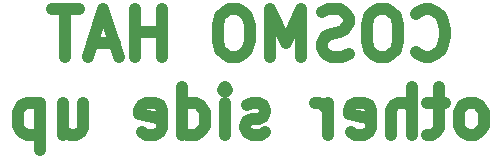
<source format=gbo>
G04 #@! TF.FileFunction,Legend,Bot*
%FSLAX46Y46*%
G04 Gerber Fmt 4.6, Leading zero omitted, Abs format (unit mm)*
G04 Created by KiCad (PCBNEW (2015-07-31 BZR 6030)-product) date lø. 01. aug. 2015 kl. 19.41 +0200*
%MOMM*%
G01*
G04 APERTURE LIST*
%ADD10C,0.100000*%
%ADD11C,1.000000*%
G04 APERTURE END LIST*
D10*
D11*
X106710000Y-83218571D02*
X106900476Y-83409048D01*
X107471905Y-83599524D01*
X107852857Y-83599524D01*
X108424285Y-83409048D01*
X108805238Y-83028095D01*
X108995714Y-82647143D01*
X109186190Y-81885238D01*
X109186190Y-81313810D01*
X108995714Y-80551905D01*
X108805238Y-80170952D01*
X108424285Y-79790000D01*
X107852857Y-79599524D01*
X107471905Y-79599524D01*
X106900476Y-79790000D01*
X106710000Y-79980476D01*
X104233809Y-79599524D02*
X103471905Y-79599524D01*
X103090952Y-79790000D01*
X102710000Y-80170952D01*
X102519524Y-80932857D01*
X102519524Y-82266190D01*
X102710000Y-83028095D01*
X103090952Y-83409048D01*
X103471905Y-83599524D01*
X104233809Y-83599524D01*
X104614762Y-83409048D01*
X104995714Y-83028095D01*
X105186190Y-82266190D01*
X105186190Y-80932857D01*
X104995714Y-80170952D01*
X104614762Y-79790000D01*
X104233809Y-79599524D01*
X100995714Y-83409048D02*
X100424286Y-83599524D01*
X99471905Y-83599524D01*
X99090952Y-83409048D01*
X98900476Y-83218571D01*
X98710000Y-82837619D01*
X98710000Y-82456667D01*
X98900476Y-82075714D01*
X99090952Y-81885238D01*
X99471905Y-81694762D01*
X100233809Y-81504286D01*
X100614762Y-81313810D01*
X100805238Y-81123333D01*
X100995714Y-80742381D01*
X100995714Y-80361429D01*
X100805238Y-79980476D01*
X100614762Y-79790000D01*
X100233809Y-79599524D01*
X99281429Y-79599524D01*
X98710000Y-79790000D01*
X96995714Y-83599524D02*
X96995714Y-79599524D01*
X95662381Y-82456667D01*
X94329047Y-79599524D01*
X94329047Y-83599524D01*
X91662380Y-79599524D02*
X90900476Y-79599524D01*
X90519523Y-79790000D01*
X90138571Y-80170952D01*
X89948095Y-80932857D01*
X89948095Y-82266190D01*
X90138571Y-83028095D01*
X90519523Y-83409048D01*
X90900476Y-83599524D01*
X91662380Y-83599524D01*
X92043333Y-83409048D01*
X92424285Y-83028095D01*
X92614761Y-82266190D01*
X92614761Y-80932857D01*
X92424285Y-80170952D01*
X92043333Y-79790000D01*
X91662380Y-79599524D01*
X85186190Y-83599524D02*
X85186190Y-79599524D01*
X85186190Y-81504286D02*
X82900476Y-81504286D01*
X82900476Y-83599524D02*
X82900476Y-79599524D01*
X81186190Y-82456667D02*
X79281428Y-82456667D01*
X81567143Y-83599524D02*
X80233809Y-79599524D01*
X78900476Y-83599524D01*
X78138572Y-79599524D02*
X75852857Y-79599524D01*
X76995714Y-83599524D02*
X76995714Y-79599524D01*
X111662380Y-90199524D02*
X112043333Y-90009048D01*
X112233809Y-89818571D01*
X112424285Y-89437619D01*
X112424285Y-88294762D01*
X112233809Y-87913810D01*
X112043333Y-87723333D01*
X111662380Y-87532857D01*
X111090952Y-87532857D01*
X110710000Y-87723333D01*
X110519523Y-87913810D01*
X110329047Y-88294762D01*
X110329047Y-89437619D01*
X110519523Y-89818571D01*
X110710000Y-90009048D01*
X111090952Y-90199524D01*
X111662380Y-90199524D01*
X109186190Y-87532857D02*
X107662380Y-87532857D01*
X108614761Y-86199524D02*
X108614761Y-89628095D01*
X108424285Y-90009048D01*
X108043332Y-90199524D01*
X107662380Y-90199524D01*
X106329047Y-90199524D02*
X106329047Y-86199524D01*
X104614761Y-90199524D02*
X104614761Y-88104286D01*
X104805238Y-87723333D01*
X105186190Y-87532857D01*
X105757618Y-87532857D01*
X106138571Y-87723333D01*
X106329047Y-87913810D01*
X101186190Y-90009048D02*
X101567142Y-90199524D01*
X102329047Y-90199524D01*
X102709999Y-90009048D01*
X102900475Y-89628095D01*
X102900475Y-88104286D01*
X102709999Y-87723333D01*
X102329047Y-87532857D01*
X101567142Y-87532857D01*
X101186190Y-87723333D01*
X100995713Y-88104286D01*
X100995713Y-88485238D01*
X102900475Y-88866190D01*
X99281428Y-90199524D02*
X99281428Y-87532857D01*
X99281428Y-88294762D02*
X99090952Y-87913810D01*
X98900476Y-87723333D01*
X98519523Y-87532857D01*
X98138571Y-87532857D01*
X93948095Y-90009048D02*
X93567143Y-90199524D01*
X92805238Y-90199524D01*
X92424286Y-90009048D01*
X92233810Y-89628095D01*
X92233810Y-89437619D01*
X92424286Y-89056667D01*
X92805238Y-88866190D01*
X93376667Y-88866190D01*
X93757619Y-88675714D01*
X93948095Y-88294762D01*
X93948095Y-88104286D01*
X93757619Y-87723333D01*
X93376667Y-87532857D01*
X92805238Y-87532857D01*
X92424286Y-87723333D01*
X90519524Y-90199524D02*
X90519524Y-87532857D01*
X90519524Y-86199524D02*
X90710000Y-86390000D01*
X90519524Y-86580476D01*
X90329048Y-86390000D01*
X90519524Y-86199524D01*
X90519524Y-86580476D01*
X86900476Y-90199524D02*
X86900476Y-86199524D01*
X86900476Y-90009048D02*
X87281429Y-90199524D01*
X88043333Y-90199524D01*
X88424286Y-90009048D01*
X88614762Y-89818571D01*
X88805238Y-89437619D01*
X88805238Y-88294762D01*
X88614762Y-87913810D01*
X88424286Y-87723333D01*
X88043333Y-87532857D01*
X87281429Y-87532857D01*
X86900476Y-87723333D01*
X83471905Y-90009048D02*
X83852857Y-90199524D01*
X84614762Y-90199524D01*
X84995714Y-90009048D01*
X85186190Y-89628095D01*
X85186190Y-88104286D01*
X84995714Y-87723333D01*
X84614762Y-87532857D01*
X83852857Y-87532857D01*
X83471905Y-87723333D01*
X83281428Y-88104286D01*
X83281428Y-88485238D01*
X85186190Y-88866190D01*
X76805238Y-87532857D02*
X76805238Y-90199524D01*
X78519524Y-87532857D02*
X78519524Y-89628095D01*
X78329048Y-90009048D01*
X77948095Y-90199524D01*
X77376667Y-90199524D01*
X76995715Y-90009048D01*
X76805238Y-89818571D01*
X74900476Y-87532857D02*
X74900476Y-91532857D01*
X74900476Y-87723333D02*
X74519524Y-87532857D01*
X73757619Y-87532857D01*
X73376667Y-87723333D01*
X73186190Y-87913810D01*
X72995714Y-88294762D01*
X72995714Y-89437619D01*
X73186190Y-89818571D01*
X73376667Y-90009048D01*
X73757619Y-90199524D01*
X74519524Y-90199524D01*
X74900476Y-90009048D01*
M02*

</source>
